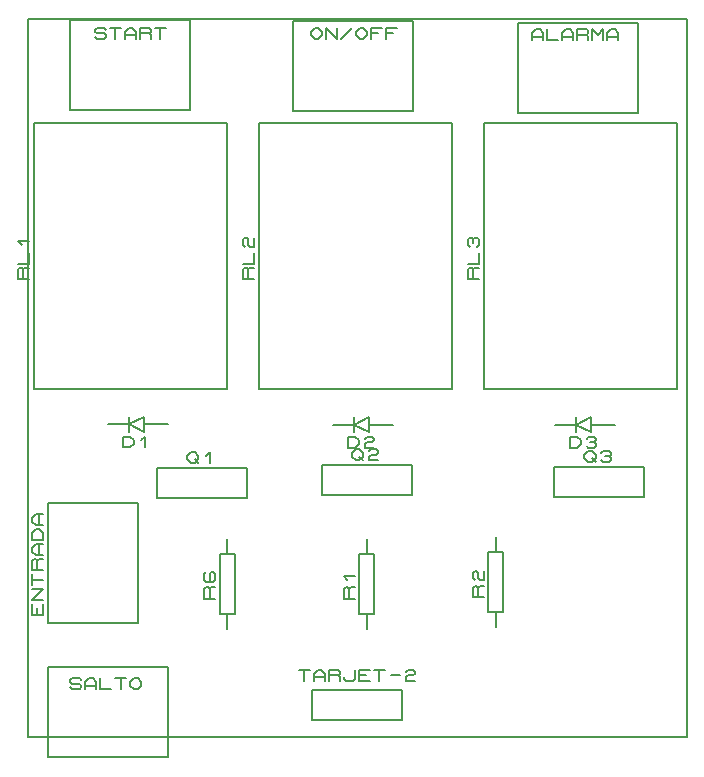
<source format=gbr>
G04 PROTEUS GERBER X2 FILE*
%TF.GenerationSoftware,Labcenter,Proteus,8.8-SP1-Build27031*%
%TF.CreationDate,2021-01-10T00:14:03+00:00*%
%TF.FileFunction,Legend,Top*%
%TF.FilePolarity,Positive*%
%TF.Part,Single*%
%TF.SameCoordinates,{98ac7ad0-3a1b-4910-adea-4d28a6190023}*%
%FSLAX45Y45*%
%MOMM*%
G01*
%TA.AperFunction,Profile*%
%ADD14C,0.203200*%
%TA.AperFunction,Material*%
%ADD17C,0.203200*%
%TD.AperFunction*%
D14*
X-9292760Y-3016620D02*
X-3718540Y-3016620D01*
X-3718540Y+3064140D01*
X-9292760Y+3064140D01*
X-9292760Y-3016620D01*
D17*
X-9248000Y-69000D02*
X-7608000Y-69000D01*
X-7608000Y+2181000D01*
X-9248000Y+2181000D01*
X-9248000Y-69000D01*
X-9288640Y+865500D02*
X-9380080Y+865500D01*
X-9380080Y+944875D01*
X-9364840Y+960750D01*
X-9349600Y+960750D01*
X-9334360Y+944875D01*
X-9334360Y+865500D01*
X-9334360Y+944875D02*
X-9319120Y+960750D01*
X-9288640Y+960750D01*
X-9380080Y+992500D02*
X-9288640Y+992500D01*
X-9288640Y+1087750D01*
X-9349600Y+1151250D02*
X-9380080Y+1183000D01*
X-9288640Y+1183000D01*
X-7343000Y-69000D02*
X-5703000Y-69000D01*
X-5703000Y+2181000D01*
X-7343000Y+2181000D01*
X-7343000Y-69000D01*
X-7383640Y+865500D02*
X-7475080Y+865500D01*
X-7475080Y+944875D01*
X-7459840Y+960750D01*
X-7444600Y+960750D01*
X-7429360Y+944875D01*
X-7429360Y+865500D01*
X-7429360Y+944875D02*
X-7414120Y+960750D01*
X-7383640Y+960750D01*
X-7475080Y+992500D02*
X-7383640Y+992500D01*
X-7383640Y+1087750D01*
X-7459840Y+1135375D02*
X-7475080Y+1151250D01*
X-7475080Y+1198875D01*
X-7459840Y+1214750D01*
X-7444600Y+1214750D01*
X-7429360Y+1198875D01*
X-7429360Y+1151250D01*
X-7414120Y+1135375D01*
X-7383640Y+1135375D01*
X-7383640Y+1214750D01*
X-8315960Y-429260D02*
X-8315960Y-302260D01*
X-8315960Y-429260D02*
X-8442960Y-365760D01*
X-8315960Y-302260D02*
X-8442960Y-365760D01*
X-8442960Y-429260D02*
X-8442960Y-302260D01*
X-8112760Y-365760D02*
X-8315960Y-365760D01*
X-8442960Y-365760D02*
X-8620760Y-365760D01*
X-8493760Y-561340D02*
X-8493760Y-469900D01*
X-8430260Y-469900D01*
X-8398510Y-500380D01*
X-8398510Y-530860D01*
X-8430260Y-561340D01*
X-8493760Y-561340D01*
X-8335010Y-500380D02*
X-8303260Y-469900D01*
X-8303260Y-561340D01*
X-6408420Y-431800D02*
X-6408420Y-304800D01*
X-6408420Y-431800D02*
X-6535420Y-368300D01*
X-6408420Y-304800D02*
X-6535420Y-368300D01*
X-6535420Y-431800D02*
X-6535420Y-304800D01*
X-6205220Y-368300D02*
X-6408420Y-368300D01*
X-6535420Y-368300D02*
X-6713220Y-368300D01*
X-6586220Y-563880D02*
X-6586220Y-472440D01*
X-6522720Y-472440D01*
X-6490970Y-502920D01*
X-6490970Y-533400D01*
X-6522720Y-563880D01*
X-6586220Y-563880D01*
X-6443345Y-487680D02*
X-6427470Y-472440D01*
X-6379845Y-472440D01*
X-6363970Y-487680D01*
X-6363970Y-502920D01*
X-6379845Y-518160D01*
X-6427470Y-518160D01*
X-6443345Y-533400D01*
X-6443345Y-563880D01*
X-6363970Y-563880D01*
X-4531360Y-431800D02*
X-4531360Y-304800D01*
X-4531360Y-431800D02*
X-4658360Y-368300D01*
X-4531360Y-304800D02*
X-4658360Y-368300D01*
X-4658360Y-431800D02*
X-4658360Y-304800D01*
X-4328160Y-368300D02*
X-4531360Y-368300D01*
X-4658360Y-368300D02*
X-4836160Y-368300D01*
X-4709160Y-563880D02*
X-4709160Y-472440D01*
X-4645660Y-472440D01*
X-4613910Y-502920D01*
X-4613910Y-533400D01*
X-4645660Y-563880D01*
X-4709160Y-563880D01*
X-4566285Y-487680D02*
X-4550410Y-472440D01*
X-4502785Y-472440D01*
X-4486910Y-487680D01*
X-4486910Y-502920D01*
X-4502785Y-518160D01*
X-4486910Y-533400D01*
X-4486910Y-548640D01*
X-4502785Y-563880D01*
X-4550410Y-563880D01*
X-4566285Y-548640D01*
X-4534535Y-518160D02*
X-4502785Y-518160D01*
X-5438000Y-69000D02*
X-3798000Y-69000D01*
X-3798000Y+2181000D01*
X-5438000Y+2181000D01*
X-5438000Y-69000D01*
X-5478640Y+865500D02*
X-5570080Y+865500D01*
X-5570080Y+944875D01*
X-5554840Y+960750D01*
X-5539600Y+960750D01*
X-5524360Y+944875D01*
X-5524360Y+865500D01*
X-5524360Y+944875D02*
X-5509120Y+960750D01*
X-5478640Y+960750D01*
X-5570080Y+992500D02*
X-5478640Y+992500D01*
X-5478640Y+1087750D01*
X-5554840Y+1135375D02*
X-5570080Y+1151250D01*
X-5570080Y+1198875D01*
X-5554840Y+1214750D01*
X-5539600Y+1214750D01*
X-5524360Y+1198875D01*
X-5509120Y+1214750D01*
X-5493880Y+1214750D01*
X-5478640Y+1198875D01*
X-5478640Y+1151250D01*
X-5493880Y+1135375D01*
X-5524360Y+1167125D02*
X-5524360Y+1198875D01*
X-8201660Y-988060D02*
X-7439660Y-988060D01*
X-7439660Y-734060D01*
X-8201660Y-734060D01*
X-8201660Y-988060D01*
X-7947660Y-632460D02*
X-7915910Y-601980D01*
X-7884160Y-601980D01*
X-7852410Y-632460D01*
X-7852410Y-662940D01*
X-7884160Y-693420D01*
X-7915910Y-693420D01*
X-7947660Y-662940D01*
X-7947660Y-632460D01*
X-7884160Y-662940D02*
X-7852410Y-693420D01*
X-7788910Y-632460D02*
X-7757160Y-601980D01*
X-7757160Y-693420D01*
X-6807200Y-965200D02*
X-6045200Y-965200D01*
X-6045200Y-711200D01*
X-6807200Y-711200D01*
X-6807200Y-965200D01*
X-6553200Y-609600D02*
X-6521450Y-579120D01*
X-6489700Y-579120D01*
X-6457950Y-609600D01*
X-6457950Y-640080D01*
X-6489700Y-670560D01*
X-6521450Y-670560D01*
X-6553200Y-640080D01*
X-6553200Y-609600D01*
X-6489700Y-640080D02*
X-6457950Y-670560D01*
X-6410325Y-594360D02*
X-6394450Y-579120D01*
X-6346825Y-579120D01*
X-6330950Y-594360D01*
X-6330950Y-609600D01*
X-6346825Y-624840D01*
X-6394450Y-624840D01*
X-6410325Y-640080D01*
X-6410325Y-670560D01*
X-6330950Y-670560D01*
X-4838700Y-977900D02*
X-4076700Y-977900D01*
X-4076700Y-723900D01*
X-4838700Y-723900D01*
X-4838700Y-977900D01*
X-4584700Y-622300D02*
X-4552950Y-591820D01*
X-4521200Y-591820D01*
X-4489450Y-622300D01*
X-4489450Y-652780D01*
X-4521200Y-683260D01*
X-4552950Y-683260D01*
X-4584700Y-652780D01*
X-4584700Y-622300D01*
X-4521200Y-652780D02*
X-4489450Y-683260D01*
X-4441825Y-607060D02*
X-4425950Y-591820D01*
X-4378325Y-591820D01*
X-4362450Y-607060D01*
X-4362450Y-622300D01*
X-4378325Y-637540D01*
X-4362450Y-652780D01*
X-4362450Y-668020D01*
X-4378325Y-683260D01*
X-4425950Y-683260D01*
X-4441825Y-668020D01*
X-4410075Y-637540D02*
X-4378325Y-637540D01*
X-6426200Y-2095500D02*
X-6426200Y-1968500D01*
X-6489700Y-1968500D02*
X-6362700Y-1968500D01*
X-6362700Y-1460500D01*
X-6489700Y-1460500D01*
X-6489700Y-1968500D01*
X-6426200Y-1460500D02*
X-6426200Y-1333500D01*
X-6530340Y-1841500D02*
X-6621780Y-1841500D01*
X-6621780Y-1762125D01*
X-6606540Y-1746250D01*
X-6591300Y-1746250D01*
X-6576060Y-1762125D01*
X-6576060Y-1841500D01*
X-6576060Y-1762125D02*
X-6560820Y-1746250D01*
X-6530340Y-1746250D01*
X-6591300Y-1682750D02*
X-6621780Y-1651000D01*
X-6530340Y-1651000D01*
X-5334000Y-2082800D02*
X-5334000Y-1955800D01*
X-5397500Y-1955800D02*
X-5270500Y-1955800D01*
X-5270500Y-1447800D01*
X-5397500Y-1447800D01*
X-5397500Y-1955800D01*
X-5334000Y-1447800D02*
X-5334000Y-1320800D01*
X-5438140Y-1828800D02*
X-5529580Y-1828800D01*
X-5529580Y-1749425D01*
X-5514340Y-1733550D01*
X-5499100Y-1733550D01*
X-5483860Y-1749425D01*
X-5483860Y-1828800D01*
X-5483860Y-1749425D02*
X-5468620Y-1733550D01*
X-5438140Y-1733550D01*
X-5514340Y-1685925D02*
X-5529580Y-1670050D01*
X-5529580Y-1622425D01*
X-5514340Y-1606550D01*
X-5499100Y-1606550D01*
X-5483860Y-1622425D01*
X-5483860Y-1670050D01*
X-5468620Y-1685925D01*
X-5438140Y-1685925D01*
X-5438140Y-1606550D01*
X-7607300Y-2095500D02*
X-7607300Y-1968500D01*
X-7670800Y-1968500D02*
X-7543800Y-1968500D01*
X-7543800Y-1460500D01*
X-7670800Y-1460500D01*
X-7670800Y-1968500D01*
X-7607300Y-1460500D02*
X-7607300Y-1333500D01*
X-7711440Y-1841500D02*
X-7802880Y-1841500D01*
X-7802880Y-1762125D01*
X-7787640Y-1746250D01*
X-7772400Y-1746250D01*
X-7757160Y-1762125D01*
X-7757160Y-1841500D01*
X-7757160Y-1762125D02*
X-7741920Y-1746250D01*
X-7711440Y-1746250D01*
X-7787640Y-1619250D02*
X-7802880Y-1635125D01*
X-7802880Y-1682750D01*
X-7787640Y-1698625D01*
X-7726680Y-1698625D01*
X-7711440Y-1682750D01*
X-7711440Y-1635125D01*
X-7726680Y-1619250D01*
X-7741920Y-1619250D01*
X-7757160Y-1635125D01*
X-7757160Y-1698625D01*
X-8940800Y+2298700D02*
X-8940800Y+3060700D01*
X-7924800Y+3060700D02*
X-7924800Y+2298700D01*
X-8940800Y+2298700D02*
X-7924800Y+2298700D01*
X-8940800Y+3060700D02*
X-7924800Y+3060700D01*
X-8729980Y+2913380D02*
X-8714105Y+2898140D01*
X-8650605Y+2898140D01*
X-8634730Y+2913380D01*
X-8634730Y+2928620D01*
X-8650605Y+2943860D01*
X-8714105Y+2943860D01*
X-8729980Y+2959100D01*
X-8729980Y+2974340D01*
X-8714105Y+2989580D01*
X-8650605Y+2989580D01*
X-8634730Y+2974340D01*
X-8602980Y+2989580D02*
X-8507730Y+2989580D01*
X-8555355Y+2989580D02*
X-8555355Y+2898140D01*
X-8475980Y+2898140D02*
X-8475980Y+2959100D01*
X-8444230Y+2989580D01*
X-8412480Y+2989580D01*
X-8380730Y+2959100D01*
X-8380730Y+2898140D01*
X-8475980Y+2928620D02*
X-8380730Y+2928620D01*
X-8348980Y+2898140D02*
X-8348980Y+2989580D01*
X-8269605Y+2989580D01*
X-8253730Y+2974340D01*
X-8253730Y+2959100D01*
X-8269605Y+2943860D01*
X-8348980Y+2943860D01*
X-8269605Y+2943860D02*
X-8253730Y+2928620D01*
X-8253730Y+2898140D01*
X-8221980Y+2989580D02*
X-8126730Y+2989580D01*
X-8174355Y+2989580D02*
X-8174355Y+2898140D01*
X-6888480Y-2870200D02*
X-6126480Y-2870200D01*
X-6126480Y-2616200D01*
X-6888480Y-2616200D01*
X-6888480Y-2870200D01*
X-7002780Y-2446020D02*
X-6907530Y-2446020D01*
X-6955155Y-2446020D02*
X-6955155Y-2537460D01*
X-6875780Y-2537460D02*
X-6875780Y-2476500D01*
X-6844030Y-2446020D01*
X-6812280Y-2446020D01*
X-6780530Y-2476500D01*
X-6780530Y-2537460D01*
X-6875780Y-2506980D02*
X-6780530Y-2506980D01*
X-6748780Y-2537460D02*
X-6748780Y-2446020D01*
X-6669405Y-2446020D01*
X-6653530Y-2461260D01*
X-6653530Y-2476500D01*
X-6669405Y-2491740D01*
X-6748780Y-2491740D01*
X-6669405Y-2491740D02*
X-6653530Y-2506980D01*
X-6653530Y-2537460D01*
X-6621780Y-2506980D02*
X-6621780Y-2522220D01*
X-6605905Y-2537460D01*
X-6542405Y-2537460D01*
X-6526530Y-2522220D01*
X-6526530Y-2446020D01*
X-6399530Y-2537460D02*
X-6494780Y-2537460D01*
X-6494780Y-2446020D01*
X-6399530Y-2446020D01*
X-6494780Y-2491740D02*
X-6431280Y-2491740D01*
X-6367780Y-2446020D02*
X-6272530Y-2446020D01*
X-6320155Y-2446020D02*
X-6320155Y-2537460D01*
X-6224905Y-2491740D02*
X-6145530Y-2491740D01*
X-6097905Y-2461260D02*
X-6082030Y-2446020D01*
X-6034405Y-2446020D01*
X-6018530Y-2461260D01*
X-6018530Y-2476500D01*
X-6034405Y-2491740D01*
X-6082030Y-2491740D01*
X-6097905Y-2506980D01*
X-6097905Y-2537460D01*
X-6018530Y-2537460D01*
X-7048500Y+2286000D02*
X-7048500Y+3048000D01*
X-6032500Y+3048000D02*
X-6032500Y+2286000D01*
X-7048500Y+2286000D02*
X-6032500Y+2286000D01*
X-7048500Y+3048000D02*
X-6032500Y+3048000D01*
X-6901180Y+2959100D02*
X-6869430Y+2989580D01*
X-6837680Y+2989580D01*
X-6805930Y+2959100D01*
X-6805930Y+2928620D01*
X-6837680Y+2898140D01*
X-6869430Y+2898140D01*
X-6901180Y+2928620D01*
X-6901180Y+2959100D01*
X-6774180Y+2898140D02*
X-6774180Y+2989580D01*
X-6678930Y+2898140D01*
X-6678930Y+2989580D01*
X-6551930Y+2989580D02*
X-6647180Y+2898140D01*
X-6520180Y+2959100D02*
X-6488430Y+2989580D01*
X-6456680Y+2989580D01*
X-6424930Y+2959100D01*
X-6424930Y+2928620D01*
X-6456680Y+2898140D01*
X-6488430Y+2898140D01*
X-6520180Y+2928620D01*
X-6520180Y+2959100D01*
X-6393180Y+2898140D02*
X-6393180Y+2989580D01*
X-6297930Y+2989580D01*
X-6393180Y+2943860D02*
X-6329680Y+2943860D01*
X-6266180Y+2898140D02*
X-6266180Y+2989580D01*
X-6170930Y+2989580D01*
X-6266180Y+2943860D02*
X-6202680Y+2943860D01*
X-5143500Y+2273300D02*
X-5143500Y+3035300D01*
X-4127500Y+3035300D02*
X-4127500Y+2273300D01*
X-5143500Y+2273300D02*
X-4127500Y+2273300D01*
X-5143500Y+3035300D02*
X-4127500Y+3035300D01*
X-5026660Y+2885440D02*
X-5026660Y+2946400D01*
X-4994910Y+2976880D01*
X-4963160Y+2976880D01*
X-4931410Y+2946400D01*
X-4931410Y+2885440D01*
X-5026660Y+2915920D02*
X-4931410Y+2915920D01*
X-4899660Y+2976880D02*
X-4899660Y+2885440D01*
X-4804410Y+2885440D01*
X-4772660Y+2885440D02*
X-4772660Y+2946400D01*
X-4740910Y+2976880D01*
X-4709160Y+2976880D01*
X-4677410Y+2946400D01*
X-4677410Y+2885440D01*
X-4772660Y+2915920D02*
X-4677410Y+2915920D01*
X-4645660Y+2885440D02*
X-4645660Y+2976880D01*
X-4566285Y+2976880D01*
X-4550410Y+2961640D01*
X-4550410Y+2946400D01*
X-4566285Y+2931160D01*
X-4645660Y+2931160D01*
X-4566285Y+2931160D02*
X-4550410Y+2915920D01*
X-4550410Y+2885440D01*
X-4518660Y+2885440D02*
X-4518660Y+2976880D01*
X-4471035Y+2931160D01*
X-4423410Y+2976880D01*
X-4423410Y+2885440D01*
X-4391660Y+2885440D02*
X-4391660Y+2946400D01*
X-4359910Y+2976880D01*
X-4328160Y+2976880D01*
X-4296410Y+2946400D01*
X-4296410Y+2885440D01*
X-4391660Y+2915920D02*
X-4296410Y+2915920D01*
X-8112760Y-2423160D02*
X-8112760Y-3185160D01*
X-9128760Y-3185160D02*
X-9128760Y-2423160D01*
X-8112760Y-2423160D02*
X-9128760Y-2423160D01*
X-8112760Y-3185160D02*
X-9128760Y-3185160D01*
X-8938260Y-2593340D02*
X-8922385Y-2608580D01*
X-8858885Y-2608580D01*
X-8843010Y-2593340D01*
X-8843010Y-2578100D01*
X-8858885Y-2562860D01*
X-8922385Y-2562860D01*
X-8938260Y-2547620D01*
X-8938260Y-2532380D01*
X-8922385Y-2517140D01*
X-8858885Y-2517140D01*
X-8843010Y-2532380D01*
X-8811260Y-2608580D02*
X-8811260Y-2547620D01*
X-8779510Y-2517140D01*
X-8747760Y-2517140D01*
X-8716010Y-2547620D01*
X-8716010Y-2608580D01*
X-8811260Y-2578100D02*
X-8716010Y-2578100D01*
X-8684260Y-2517140D02*
X-8684260Y-2608580D01*
X-8589010Y-2608580D01*
X-8557260Y-2517140D02*
X-8462010Y-2517140D01*
X-8509635Y-2517140D02*
X-8509635Y-2608580D01*
X-8430260Y-2547620D02*
X-8398510Y-2517140D01*
X-8366760Y-2517140D01*
X-8335010Y-2547620D01*
X-8335010Y-2578100D01*
X-8366760Y-2608580D01*
X-8398510Y-2608580D01*
X-8430260Y-2578100D01*
X-8430260Y-2547620D01*
X-8366760Y-2047240D02*
X-9128760Y-2047240D01*
X-9128760Y-1031240D02*
X-8366760Y-1031240D01*
X-8366760Y-2047240D02*
X-8366760Y-1031240D01*
X-9128760Y-2047240D02*
X-9128760Y-1031240D01*
X-9169400Y-1888490D02*
X-9169400Y-1983740D01*
X-9260840Y-1983740D01*
X-9260840Y-1888490D01*
X-9215120Y-1983740D02*
X-9215120Y-1920240D01*
X-9169400Y-1856740D02*
X-9260840Y-1856740D01*
X-9169400Y-1761490D01*
X-9260840Y-1761490D01*
X-9260840Y-1729740D02*
X-9260840Y-1634490D01*
X-9260840Y-1682115D02*
X-9169400Y-1682115D01*
X-9169400Y-1602740D02*
X-9260840Y-1602740D01*
X-9260840Y-1523365D01*
X-9245600Y-1507490D01*
X-9230360Y-1507490D01*
X-9215120Y-1523365D01*
X-9215120Y-1602740D01*
X-9215120Y-1523365D02*
X-9199880Y-1507490D01*
X-9169400Y-1507490D01*
X-9169400Y-1475740D02*
X-9230360Y-1475740D01*
X-9260840Y-1443990D01*
X-9260840Y-1412240D01*
X-9230360Y-1380490D01*
X-9169400Y-1380490D01*
X-9199880Y-1475740D02*
X-9199880Y-1380490D01*
X-9169400Y-1348740D02*
X-9260840Y-1348740D01*
X-9260840Y-1285240D01*
X-9230360Y-1253490D01*
X-9199880Y-1253490D01*
X-9169400Y-1285240D01*
X-9169400Y-1348740D01*
X-9169400Y-1221740D02*
X-9230360Y-1221740D01*
X-9260840Y-1189990D01*
X-9260840Y-1158240D01*
X-9230360Y-1126490D01*
X-9169400Y-1126490D01*
X-9199880Y-1221740D02*
X-9199880Y-1126490D01*
M02*

</source>
